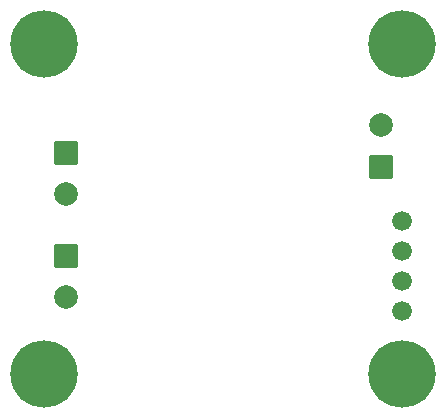
<source format=gbr>
%TF.GenerationSoftware,KiCad,Pcbnew,8.0.3*%
%TF.CreationDate,2024-09-01T12:25:55-04:00*%
%TF.ProjectId,Cradle_Rocker_Board_RV01,43726164-6c65-45f5-926f-636b65725f42,rev?*%
%TF.SameCoordinates,Original*%
%TF.FileFunction,Soldermask,Bot*%
%TF.FilePolarity,Negative*%
%FSLAX46Y46*%
G04 Gerber Fmt 4.6, Leading zero omitted, Abs format (unit mm)*
G04 Created by KiCad (PCBNEW 8.0.3) date 2024-09-01 12:25:55*
%MOMM*%
%LPD*%
G01*
G04 APERTURE LIST*
G04 Aperture macros list*
%AMRoundRect*
0 Rectangle with rounded corners*
0 $1 Rounding radius*
0 $2 $3 $4 $5 $6 $7 $8 $9 X,Y pos of 4 corners*
0 Add a 4 corners polygon primitive as box body*
4,1,4,$2,$3,$4,$5,$6,$7,$8,$9,$2,$3,0*
0 Add four circle primitives for the rounded corners*
1,1,$1+$1,$2,$3*
1,1,$1+$1,$4,$5*
1,1,$1+$1,$6,$7*
1,1,$1+$1,$8,$9*
0 Add four rect primitives between the rounded corners*
20,1,$1+$1,$2,$3,$4,$5,0*
20,1,$1+$1,$4,$5,$6,$7,0*
20,1,$1+$1,$6,$7,$8,$9,0*
20,1,$1+$1,$8,$9,$2,$3,0*%
G04 Aperture macros list end*
%ADD10C,5.700000*%
%ADD11C,1.674800*%
%ADD12RoundRect,0.102000X-0.900000X0.900000X-0.900000X-0.900000X0.900000X-0.900000X0.900000X0.900000X0*%
%ADD13C,2.004000*%
%ADD14RoundRect,0.102000X0.900000X-0.900000X0.900000X0.900000X-0.900000X0.900000X-0.900000X-0.900000X0*%
G04 APERTURE END LIST*
D10*
%TO.C,H1*%
X196000000Y-66000000D03*
%TD*%
D11*
%TO.C,J3*%
X226247150Y-81000000D03*
X226247150Y-83540000D03*
X226247150Y-86080000D03*
X226247150Y-88620000D03*
%TD*%
D12*
%TO.C,J2*%
X197800000Y-83960117D03*
D13*
X197800000Y-87460117D03*
%TD*%
D12*
%TO.C,J1*%
X197825000Y-75215000D03*
D13*
X197825000Y-78715000D03*
%TD*%
D10*
%TO.C,H3*%
X196000000Y-94000000D03*
%TD*%
D14*
%TO.C,J4*%
X224522150Y-76402600D03*
D13*
X224522150Y-72902600D03*
%TD*%
D10*
%TO.C,H2*%
X226247150Y-66000000D03*
%TD*%
%TO.C,H4*%
X226247150Y-94000000D03*
%TD*%
M02*

</source>
